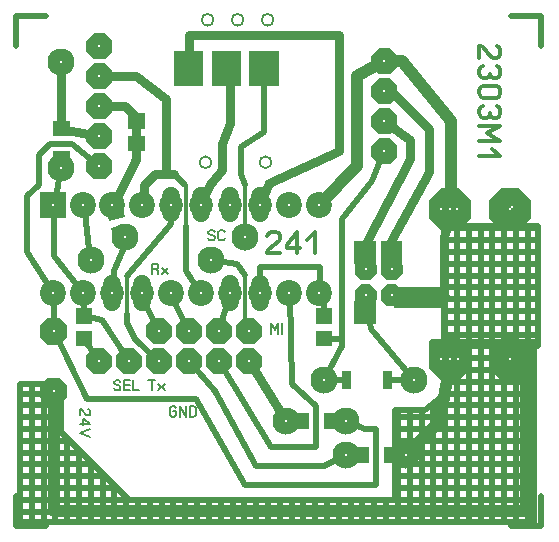
<source format=gbr>
%FSLAX32Y32*%
%MOMM*%
%LNKUPFERSEITE2*%
G71*
G01*
%ADD10C, 0.50*%
%ADD11C, 2.20*%
%ADD12C, 2.00*%
%ADD13C, 1.50*%
%ADD14C, 1.00*%
%ADD15C, 0.80*%
%ADD16C, 2.30*%
%ADD17C, 0.32*%
%ADD18C, 0.20*%
%ADD19C, 0.30*%
%ADD20C, 0.16*%
%ADD21C, 1.80*%
%ADD22C, 2.50*%
%LPD*%
G54D10*
X7714Y3332D02*
X7714Y3078D01*
X7460Y3078D01*
G54D10*
X7460Y7396D02*
X7714Y7396D01*
X7714Y7142D01*
G54D10*
X3523Y7396D02*
X3269Y7396D01*
X3269Y7142D01*
G54D10*
X3269Y3332D02*
X3269Y3078D01*
X3523Y3078D01*
G36*
X5348Y4522D02*
X5284Y4586D01*
X5192Y4586D01*
X5128Y4522D01*
X5128Y4430D01*
X5192Y4366D01*
X5284Y4366D01*
X5348Y4430D01*
X5348Y4522D01*
G37*
G36*
X5094Y4522D02*
X5030Y4586D01*
X4938Y4586D01*
X4874Y4522D01*
X4874Y4430D01*
X4938Y4366D01*
X5030Y4366D01*
X5094Y4430D01*
X5094Y4522D01*
G37*
G36*
X4840Y4522D02*
X4776Y4586D01*
X4684Y4586D01*
X4620Y4522D01*
X4620Y4430D01*
X4684Y4366D01*
X4776Y4366D01*
X4840Y4430D01*
X4840Y4522D01*
G37*
G36*
X5348Y4776D02*
X5284Y4840D01*
X5192Y4840D01*
X5128Y4776D01*
X5128Y4684D01*
X5192Y4620D01*
X5284Y4620D01*
X5348Y4684D01*
X5348Y4776D01*
G37*
G36*
X5094Y4776D02*
X5030Y4840D01*
X4938Y4840D01*
X4874Y4776D01*
X4874Y4684D01*
X4938Y4620D01*
X5030Y4620D01*
X5094Y4684D01*
X5094Y4776D01*
G37*
G36*
X4840Y4776D02*
X4776Y4840D01*
X4684Y4840D01*
X4620Y4776D01*
X4620Y4684D01*
X4684Y4620D01*
X4776Y4620D01*
X4840Y4684D01*
X4840Y4776D01*
G37*
X4581Y5050D02*
G54D11*
D03*
X4831Y5050D02*
G54D11*
D03*
X5081Y5050D02*
G54D12*
D03*
X5331Y5050D02*
G54D12*
D03*
X5581Y5050D02*
G54D11*
D03*
X5831Y5050D02*
G54D11*
D03*
X5831Y5800D02*
G54D11*
D03*
X5581Y5800D02*
G54D11*
D03*
X5331Y5800D02*
G54D12*
D03*
X5081Y5800D02*
G54D12*
D03*
G54D13*
X4831Y5725D02*
X4831Y5875D01*
G54D13*
X4581Y5725D02*
X4581Y5875D01*
X4331Y5800D02*
G54D11*
D03*
X4081Y5800D02*
G54D11*
D03*
X3831Y5800D02*
G54D11*
D03*
G36*
X3471Y5690D02*
X3691Y5690D01*
X3691Y5910D01*
X3471Y5910D01*
X3471Y5690D01*
G37*
X3581Y5050D02*
G54D11*
D03*
X3831Y5050D02*
G54D11*
D03*
X4081Y5050D02*
G54D12*
D03*
X4331Y5050D02*
G54D12*
D03*
G54D14*
X6952Y5746D02*
X6952Y6508D01*
X6539Y7016D01*
X6380Y7016D01*
G54D15*
X6444Y5238D02*
X6444Y5492D01*
X6762Y6079D01*
X6762Y6444D01*
X6444Y6762D01*
X6380Y6762D01*
G54D15*
X6222Y5269D02*
X6222Y5460D01*
X6603Y6190D01*
X6603Y6349D01*
X6380Y6508D01*
G36*
X4586Y4776D02*
X4522Y4840D01*
X4430Y4840D01*
X4366Y4776D01*
X4366Y4684D01*
X4430Y4620D01*
X4522Y4620D01*
X4586Y4684D01*
X4586Y4776D01*
G37*
G36*
X4586Y4522D02*
X4522Y4586D01*
X4430Y4586D01*
X4366Y4522D01*
X4366Y4430D01*
X4430Y4366D01*
X4522Y4366D01*
X4586Y4430D01*
X4586Y4522D01*
G37*
X3651Y7010D02*
G54D16*
D03*
X3651Y6110D02*
G54D16*
D03*
G36*
X3772Y4922D02*
X3772Y4792D01*
X3912Y4792D01*
X3912Y4922D01*
X3772Y4922D01*
G37*
G36*
X3772Y4732D02*
X3772Y4602D01*
X3912Y4602D01*
X3912Y4732D01*
X3772Y4732D01*
G37*
G54D10*
X4571Y5047D02*
X4730Y4730D01*
G54D10*
X5079Y5047D02*
X4984Y4730D01*
G54D10*
X4476Y4730D02*
X4317Y5047D01*
G54D10*
X4984Y4476D02*
X5428Y3745D01*
X5809Y3745D01*
X5809Y4094D01*
X5603Y4285D01*
X5587Y5047D01*
G54D15*
X3968Y6888D02*
X4285Y6888D01*
X4539Y6698D01*
X4539Y6063D01*
G54D10*
X4094Y5047D02*
X4094Y5238D01*
X4190Y5460D01*
G54D15*
X4094Y5809D02*
X4285Y6190D01*
X4285Y6539D01*
X4190Y6634D01*
X3968Y6634D01*
G54D10*
X4581Y5736D02*
X4581Y5640D01*
X4209Y5198D01*
G54D14*
X5841Y5809D02*
X6158Y6126D01*
X6158Y6888D01*
X6380Y7016D01*
G54D10*
X3586Y5746D02*
X3650Y6126D01*
G54D15*
X3968Y6380D02*
X3650Y6444D01*
X3650Y7016D01*
G36*
X4078Y4522D02*
X4014Y4586D01*
X3922Y4586D01*
X3858Y4522D01*
X3858Y4430D01*
X3922Y4366D01*
X4014Y4366D01*
X4078Y4430D01*
X4078Y4522D01*
G37*
G54D10*
X3840Y4856D02*
X3840Y4984D01*
G54D10*
X3968Y4476D02*
X3840Y4666D01*
G54D15*
X4825Y5809D02*
X4920Y5984D01*
X5015Y6095D01*
X5015Y6317D01*
X5079Y6492D01*
X5079Y6952D01*
G54D15*
X5333Y5809D02*
X5412Y5984D01*
X6000Y6254D01*
X6000Y7238D01*
G54D17*
X5503Y5390D02*
X5396Y5390D01*
X5396Y5402D01*
X5410Y5424D01*
X5490Y5490D01*
X5503Y5513D01*
X5503Y5535D01*
X5490Y5557D01*
X5463Y5568D01*
X5436Y5568D01*
X5410Y5557D01*
X5396Y5535D01*
G54D17*
X5645Y5390D02*
X5645Y5568D01*
X5565Y5457D01*
X5565Y5435D01*
X5672Y5435D01*
G54D17*
X5734Y5502D02*
X5801Y5568D01*
X5801Y5390D01*
G54D17*
X7190Y7039D02*
X7190Y7146D01*
X7201Y7146D01*
X7224Y7133D01*
X7290Y7053D01*
X7313Y7039D01*
X7335Y7039D01*
X7357Y7053D01*
X7368Y7079D01*
X7368Y7106D01*
X7357Y7133D01*
X7335Y7146D01*
G54D17*
X7335Y6977D02*
X7357Y6964D01*
X7368Y6937D01*
X7368Y6910D01*
X7357Y6884D01*
X7335Y6870D01*
X7313Y6870D01*
X7290Y6884D01*
X7279Y6910D01*
X7268Y6884D01*
X7246Y6870D01*
X7224Y6870D01*
X7201Y6884D01*
X7190Y6910D01*
X7190Y6937D01*
X7201Y6964D01*
X7224Y6977D01*
G54D17*
X7335Y6701D02*
X7224Y6701D01*
X7201Y6715D01*
X7190Y6741D01*
X7190Y6768D01*
X7201Y6795D01*
X7224Y6808D01*
X7335Y6808D01*
X7357Y6795D01*
X7368Y6768D01*
X7368Y6741D01*
X7357Y6715D01*
X7335Y6701D01*
G54D17*
X7335Y6639D02*
X7357Y6626D01*
X7368Y6599D01*
X7368Y6572D01*
X7357Y6546D01*
X7335Y6532D01*
X7313Y6532D01*
X7290Y6546D01*
X7279Y6572D01*
X7268Y6546D01*
X7246Y6532D01*
X7224Y6532D01*
X7201Y6546D01*
X7190Y6572D01*
X7190Y6599D01*
X7201Y6626D01*
X7224Y6639D01*
G54D17*
X7190Y6470D02*
X7368Y6470D01*
X7257Y6403D01*
X7368Y6337D01*
X7190Y6337D01*
G54D17*
X7301Y6275D02*
X7368Y6208D01*
X7190Y6208D01*
G54D10*
X3968Y6126D02*
X3745Y6317D01*
X3555Y6317D01*
X3460Y6222D01*
X3460Y5968D01*
X3364Y5872D01*
X3364Y5396D01*
X3586Y5047D01*
G36*
X5619Y3898D02*
X5749Y3898D01*
X5749Y4038D01*
X5619Y4038D01*
X5619Y3898D01*
G37*
G36*
X5873Y3898D02*
X6003Y3898D01*
X6003Y4038D01*
X5873Y4038D01*
X5873Y3898D01*
G37*
G54D10*
X5809Y3428D02*
X5206Y3428D01*
X4793Y4158D01*
X3872Y4158D01*
X3586Y4730D01*
X3586Y5047D01*
G54D10*
X5809Y3428D02*
X6317Y3428D01*
X6317Y3904D01*
X6222Y3904D01*
X6063Y3968D01*
G54D10*
X4730Y4476D02*
X4952Y4222D01*
X5301Y3586D01*
X5872Y3586D01*
X6063Y3682D01*
G54D14*
X6571Y3682D02*
X6857Y3968D01*
X6952Y4507D01*
G54D18*
G75*
G01X5379Y6209D02*
G03X5379Y6209I0J-50D01*
G01*
G54D18*
G75*
G01X4871Y6208D02*
G03X4871Y6208I0J-50D01*
G01*
G54D10*
X4833Y5047D02*
X4706Y5238D01*
X4706Y5618D01*
X4831Y5800D02*
G54D12*
D03*
X4577Y5800D02*
G54D12*
D03*
G54D19*
X4704Y5555D02*
X4704Y5968D01*
G54D10*
X4470Y4476D02*
X4270Y4666D01*
X4206Y4801D01*
X4206Y4872D01*
G54D19*
X4206Y4872D02*
X4206Y5206D01*
G54D13*
X4331Y4976D02*
X4331Y5126D01*
G54D13*
X4081Y4976D02*
X4081Y5126D01*
X3904Y5333D02*
G54D16*
D03*
X4920Y5333D02*
G54D16*
D03*
G54D10*
X3840Y5809D02*
X3904Y5269D01*
G54D13*
X5081Y4976D02*
X5081Y5126D01*
G54D13*
X5331Y4976D02*
X5331Y5126D01*
G54D10*
X4920Y5333D02*
X5142Y5301D01*
X5206Y5206D01*
G54D19*
X5206Y4666D02*
X5206Y5206D01*
G54D10*
X3840Y5047D02*
X3586Y5364D01*
X3586Y5809D01*
X4190Y5523D02*
G54D16*
D03*
X5206Y5523D02*
G54D16*
D03*
G54D13*
X5081Y5726D02*
X5081Y5876D01*
G54D13*
X5331Y5726D02*
X5331Y5876D01*
G54D10*
X5364Y6888D02*
X5364Y6412D01*
X5174Y6285D01*
X5174Y6063D01*
X5206Y5968D01*
G54D19*
X5206Y5428D02*
X5206Y5968D01*
G36*
X3722Y6126D02*
X3722Y6256D01*
X3582Y6256D01*
X3582Y6126D01*
X3722Y6126D01*
G37*
G36*
X3722Y6380D02*
X3722Y6510D01*
X3582Y6510D01*
X3582Y6380D01*
X3722Y6380D01*
G37*
G36*
X4332Y4522D02*
X4268Y4586D01*
X4176Y4586D01*
X4112Y4522D01*
X4112Y4430D01*
X4176Y4366D01*
X4268Y4366D01*
X4332Y4430D01*
X4332Y4522D01*
G37*
G54D10*
X4222Y4476D02*
X3999Y4825D01*
X3840Y4856D01*
G54D10*
X4698Y5968D02*
X4602Y6063D01*
G54D20*
X5422Y4705D02*
X5422Y4794D01*
X5456Y4738D01*
X5489Y4794D01*
X5489Y4705D01*
G54D20*
X5520Y4705D02*
X5520Y4794D01*
G54D15*
X5238Y4476D02*
X5555Y3968D01*
G54D20*
X4414Y4228D02*
X4414Y4317D01*
G54D20*
X4387Y4317D02*
X4441Y4317D01*
G54D20*
X4471Y4278D02*
X4525Y4228D01*
G54D20*
X4471Y4228D02*
X4525Y4278D01*
G54D20*
X4098Y4245D02*
X4104Y4234D01*
X4118Y4228D01*
X4131Y4228D01*
X4144Y4234D01*
X4151Y4245D01*
X4151Y4256D01*
X4144Y4267D01*
X4131Y4272D01*
X4118Y4272D01*
X4104Y4278D01*
X4098Y4289D01*
X4098Y4300D01*
X4104Y4311D01*
X4118Y4317D01*
X4131Y4317D01*
X4144Y4311D01*
X4151Y4300D01*
G54D20*
X4228Y4228D02*
X4182Y4228D01*
X4182Y4317D01*
X4228Y4317D01*
G54D20*
X4182Y4272D02*
X4228Y4272D01*
G54D20*
X4260Y4317D02*
X4260Y4228D01*
X4306Y4228D01*
G54D20*
X3808Y4015D02*
X3808Y4069D01*
X3814Y4069D01*
X3825Y4062D01*
X3858Y4022D01*
X3869Y4015D01*
X3880Y4015D01*
X3891Y4022D01*
X3897Y4035D01*
X3897Y4049D01*
X3891Y4062D01*
X3880Y4069D01*
G54D20*
X3808Y3945D02*
X3897Y3945D01*
X3841Y3985D01*
X3830Y3985D01*
X3830Y3931D01*
G54D20*
X3897Y3901D02*
X3808Y3867D01*
X3897Y3834D01*
G54D20*
X4595Y4050D02*
X4621Y4050D01*
X4621Y4022D01*
X4615Y4011D01*
X4601Y4006D01*
X4588Y4006D01*
X4575Y4011D01*
X4568Y4022D01*
X4568Y4078D01*
X4575Y4089D01*
X4588Y4095D01*
X4601Y4095D01*
X4615Y4089D01*
X4621Y4078D01*
G54D20*
X4652Y4006D02*
X4652Y4095D01*
X4705Y4006D01*
X4705Y4095D01*
G54D20*
X4736Y4006D02*
X4736Y4095D01*
X4769Y4095D01*
X4783Y4089D01*
X4789Y4078D01*
X4789Y4022D01*
X4783Y4011D01*
X4769Y4006D01*
X4736Y4006D01*
G54D15*
X4348Y5809D02*
X4348Y5968D01*
X4444Y6063D01*
X4602Y6063D01*
X5555Y3968D02*
G54D16*
D03*
X6063Y3968D02*
G54D16*
D03*
G36*
X4080Y7188D02*
X4016Y7252D01*
X3924Y7252D01*
X3860Y7188D01*
X3860Y7096D01*
X3924Y7032D01*
X4016Y7032D01*
X4080Y7096D01*
X4080Y7188D01*
G37*
G36*
X4080Y6934D02*
X4016Y6998D01*
X3924Y6998D01*
X3860Y6934D01*
X3860Y6842D01*
X3924Y6778D01*
X4016Y6778D01*
X4080Y6842D01*
X4080Y6934D01*
G37*
G36*
X4080Y6680D02*
X4016Y6744D01*
X3924Y6744D01*
X3860Y6680D01*
X3860Y6588D01*
X3924Y6524D01*
X4016Y6524D01*
X4080Y6588D01*
X4080Y6680D01*
G37*
G36*
X4080Y6426D02*
X4016Y6490D01*
X3924Y6490D01*
X3860Y6426D01*
X3860Y6334D01*
X3924Y6270D01*
X4016Y6270D01*
X4080Y6334D01*
X4080Y6426D01*
G37*
G36*
X4080Y6172D02*
X4016Y6236D01*
X3924Y6236D01*
X3860Y6172D01*
X3860Y6080D01*
X3924Y6016D01*
X4016Y6016D01*
X4080Y6080D01*
X4080Y6172D01*
G37*
G36*
X6493Y7061D02*
X6429Y7125D01*
X6337Y7125D01*
X6273Y7061D01*
X6273Y6969D01*
X6337Y6905D01*
X6429Y6905D01*
X6493Y6969D01*
X6493Y7061D01*
G37*
G36*
X6493Y6807D02*
X6429Y6871D01*
X6337Y6871D01*
X6273Y6807D01*
X6273Y6715D01*
X6337Y6651D01*
X6429Y6651D01*
X6493Y6715D01*
X6493Y6807D01*
G37*
G36*
X6493Y6553D02*
X6429Y6617D01*
X6337Y6617D01*
X6273Y6553D01*
X6273Y6461D01*
X6337Y6397D01*
X6429Y6397D01*
X6493Y6461D01*
X6493Y6553D01*
G37*
G36*
X6493Y6299D02*
X6429Y6363D01*
X6337Y6363D01*
X6273Y6299D01*
X6273Y6207D01*
X6337Y6143D01*
X6429Y6143D01*
X6493Y6207D01*
X6493Y6299D01*
G37*
G36*
X4854Y7102D02*
X4604Y7102D01*
X4604Y6802D01*
X4854Y6802D01*
X4854Y7102D01*
G37*
G36*
X5490Y7102D02*
X5240Y7102D01*
X5240Y6802D01*
X5490Y6802D01*
X5490Y7102D01*
G37*
G36*
X5172Y7102D02*
X4922Y7102D01*
X4922Y6802D01*
X5172Y6802D01*
X5172Y7102D01*
G37*
G54D18*
G75*
G01X4839Y7365D02*
G03X4839Y7365I50J0D01*
G01*
G54D18*
G75*
G01X5347Y7365D02*
G03X5347Y7365I50J0D01*
G01*
G54D18*
G75*
G01X5093Y7365D02*
G03X5093Y7365I50J0D01*
G01*
G36*
X6321Y5293D02*
X6266Y5348D01*
X6188Y5348D01*
X6133Y5293D01*
X6133Y5215D01*
X6188Y5160D01*
X6266Y5160D01*
X6321Y5215D01*
X6321Y5293D01*
G37*
G36*
X6543Y5293D02*
X6488Y5348D01*
X6410Y5348D01*
X6355Y5293D01*
X6355Y5215D01*
X6410Y5160D01*
X6488Y5160D01*
X6543Y5215D01*
X6543Y5293D01*
G37*
G36*
X6543Y5071D02*
X6488Y5126D01*
X6410Y5126D01*
X6355Y5071D01*
X6355Y4993D01*
X6410Y4938D01*
X6488Y4938D01*
X6543Y4993D01*
X6543Y5071D01*
G37*
G36*
X6321Y5071D02*
X6266Y5126D01*
X6188Y5126D01*
X6133Y5071D01*
X6133Y4993D01*
X6188Y4938D01*
X6266Y4938D01*
X6321Y4993D01*
X6321Y5071D01*
G37*
G36*
X7120Y5836D02*
X7015Y5941D01*
X6867Y5941D01*
X6762Y5836D01*
X6762Y5688D01*
X6867Y5583D01*
X7015Y5583D01*
X7120Y5688D01*
X7120Y5836D01*
G37*
G36*
X7120Y4566D02*
X7015Y4671D01*
X6867Y4671D01*
X6762Y4566D01*
X6762Y4418D01*
X6867Y4313D01*
X7015Y4313D01*
X7120Y4418D01*
X7120Y4566D01*
G37*
G54D15*
X6703Y5031D02*
X6894Y5031D01*
X6894Y5523D01*
X6957Y5762D01*
X6869Y4492D02*
G54D21*
D03*
X7012Y4492D02*
G54D21*
D03*
X7004Y5762D02*
G54D21*
D03*
X6869Y5762D02*
G54D21*
D03*
X7464Y5778D02*
G54D22*
D03*
G36*
X7628Y5836D02*
X7523Y5941D01*
X7375Y5941D01*
X7270Y5836D01*
X7270Y5688D01*
X7375Y5583D01*
X7523Y5583D01*
X7628Y5688D01*
X7628Y5836D01*
G37*
G36*
X7628Y4566D02*
X7523Y4671D01*
X7375Y4671D01*
X7270Y4566D01*
X7270Y4418D01*
X7375Y4313D01*
X7523Y4313D01*
X7628Y4418D01*
X7628Y4566D01*
G37*
G54D10*
X7600Y4604D02*
X7600Y5620D01*
X7500Y4604D02*
X7500Y5620D01*
X7400Y4604D02*
X7400Y5620D01*
X7300Y4604D02*
X7300Y5620D01*
X7200Y4604D02*
X7200Y5620D01*
X7100Y4604D02*
X7100Y5620D01*
X7000Y4604D02*
X7000Y5620D01*
X6900Y4604D02*
X6900Y5620D01*
X7683Y4700D02*
X6889Y4700D01*
X7683Y4800D02*
X6889Y4800D01*
X7683Y4900D02*
X6889Y4900D01*
X7683Y5000D02*
X6889Y5000D01*
X7683Y5100D02*
X6889Y5100D01*
X7683Y5200D02*
X6889Y5200D01*
X7683Y5300D02*
X6889Y5300D01*
X7683Y5400D02*
X6889Y5400D01*
X7683Y5500D02*
X6889Y5500D01*
X7683Y5600D02*
X6889Y5600D01*
G54D10*
X7683Y4604D02*
X6889Y4604D01*
X6889Y5620D01*
X7683Y5620D01*
X7683Y4604D01*
G54D14*
X6888Y5015D02*
X6444Y5015D01*
G54D14*
X7587Y3650D02*
X7587Y4602D01*
G36*
X6127Y3612D02*
X6257Y3612D01*
X6257Y3752D01*
X6127Y3752D01*
X6127Y3612D01*
G37*
G36*
X6381Y3612D02*
X6511Y3612D01*
X6511Y3752D01*
X6381Y3752D01*
X6381Y3612D01*
G37*
X6063Y3682D02*
G54D16*
D03*
X6571Y3682D02*
G54D16*
D03*
G36*
X6454Y4395D02*
X6374Y4395D01*
X6374Y4239D01*
X6454Y4239D01*
X6454Y4395D01*
G37*
G36*
X6105Y4395D02*
X6025Y4395D01*
X6025Y4239D01*
X6105Y4239D01*
X6105Y4395D01*
G37*
G36*
X3702Y4778D02*
X3634Y4844D01*
X3538Y4844D01*
X3472Y4778D01*
X3472Y4682D01*
X3538Y4614D01*
X3634Y4614D01*
X3702Y4682D01*
X3702Y4778D01*
G37*
G36*
X3702Y4270D02*
X3634Y4336D01*
X3538Y4336D01*
X3472Y4270D01*
X3472Y4174D01*
X3538Y4106D01*
X3634Y4106D01*
X3702Y4174D01*
X3702Y4270D01*
G37*
G54D14*
X3586Y4222D02*
X3586Y3460D01*
X5872Y4313D02*
G54D16*
D03*
X6634Y4313D02*
G54D16*
D03*
G54D14*
X7587Y3650D02*
X7587Y3206D01*
X3586Y3206D01*
X3586Y3460D01*
G54D10*
X6634Y4317D02*
X6412Y4317D01*
G54D10*
X5872Y4317D02*
X6063Y4317D01*
G54D10*
X6380Y6254D02*
X6285Y6000D01*
X6031Y5682D01*
X6031Y4602D01*
X5872Y4317D01*
G54D10*
X6634Y4317D02*
X6269Y4745D01*
X6222Y5047D01*
G36*
X6534Y5496D02*
X6354Y5496D01*
X6354Y5296D01*
X6534Y5296D01*
X6534Y5496D01*
G37*
G36*
X6312Y5496D02*
X6132Y5496D01*
X6132Y5296D01*
X6312Y5296D01*
X6312Y5496D01*
G37*
G36*
X6312Y4988D02*
X6132Y4988D01*
X6132Y4788D01*
X6312Y4788D01*
X6312Y4988D01*
G37*
G36*
X6866Y5105D02*
X6466Y5105D01*
X6466Y4925D01*
X6866Y4925D01*
X6866Y5105D01*
G37*
G54D10*
X7600Y3110D02*
X7600Y4634D01*
X7500Y3110D02*
X7500Y4634D01*
X7400Y3110D02*
X7400Y4634D01*
X7300Y3110D02*
X7300Y4634D01*
X7200Y3110D02*
X7200Y4634D01*
X7100Y3110D02*
X7100Y4634D01*
X7000Y3110D02*
X7000Y4634D01*
X6900Y3110D02*
X6900Y4634D01*
X6800Y3110D02*
X6800Y4119D01*
X6800Y4437D02*
X6800Y4634D01*
X6700Y3110D02*
X6700Y4062D01*
X6600Y3110D02*
X6600Y4062D01*
X6500Y3110D02*
X6500Y4062D01*
X6400Y3110D02*
X6400Y3301D01*
X6300Y3110D02*
X6300Y3301D01*
X6200Y3110D02*
X6200Y3301D01*
X6100Y3110D02*
X6100Y3301D01*
X6000Y3110D02*
X6000Y3301D01*
X5900Y3110D02*
X5900Y3301D01*
X5800Y3110D02*
X5800Y3301D01*
X5700Y3110D02*
X5700Y3301D01*
X5600Y3110D02*
X5600Y3301D01*
X5500Y3110D02*
X5500Y3301D01*
X5400Y3110D02*
X5400Y3301D01*
X5300Y3110D02*
X5300Y3301D01*
X5200Y3110D02*
X5200Y3301D01*
X5100Y3110D02*
X5100Y3301D01*
X5000Y3110D02*
X5000Y3301D01*
X4900Y3110D02*
X4900Y3301D01*
X4800Y3110D02*
X4800Y3301D01*
X4700Y3110D02*
X4700Y3301D01*
X4600Y3110D02*
X4600Y3301D01*
X4500Y3110D02*
X4500Y3301D01*
X4400Y3110D02*
X4400Y3301D01*
X4300Y3110D02*
X4300Y3301D01*
X4200Y3110D02*
X4200Y3323D01*
X4100Y3110D02*
X4100Y3423D01*
X4000Y3110D02*
X4000Y3523D01*
X3900Y3110D02*
X3900Y3623D01*
X3800Y3110D02*
X3800Y3723D01*
X3700Y3110D02*
X3700Y3823D01*
X3600Y3110D02*
X3600Y4285D01*
X3500Y3110D02*
X3500Y4285D01*
X3400Y3110D02*
X3400Y4285D01*
X7650Y3200D02*
X3301Y3200D01*
X7650Y3300D02*
X3301Y3300D01*
X7650Y3400D02*
X6475Y3400D01*
X4123Y3400D02*
X3301Y3400D01*
X7650Y3500D02*
X6475Y3500D01*
X4023Y3500D02*
X3301Y3500D01*
X7650Y3600D02*
X6475Y3600D01*
X3923Y3600D02*
X3301Y3600D01*
X7650Y3700D02*
X6475Y3700D01*
X3823Y3700D02*
X3301Y3700D01*
X7650Y3800D02*
X6475Y3800D01*
X3723Y3800D02*
X3301Y3800D01*
X7651Y3900D02*
X6475Y3900D01*
X3650Y3900D02*
X3301Y3900D01*
X7651Y4000D02*
X6475Y4000D01*
X3650Y4000D02*
X3301Y4000D01*
X7651Y4100D02*
X6777Y4100D01*
X3650Y4100D02*
X3301Y4100D01*
X7651Y4200D02*
X6888Y4200D01*
X3650Y4200D02*
X3301Y4200D01*
X7651Y4300D02*
X6889Y4300D01*
X7651Y4400D02*
X6837Y4400D01*
X7651Y4500D02*
X6793Y4500D01*
X7651Y4600D02*
X6793Y4600D01*
G54D10*
X7651Y4634D02*
X6793Y4634D01*
X6793Y4444D01*
X6889Y4349D01*
X6888Y4190D01*
X6730Y4062D01*
X6475Y4062D01*
X6475Y3301D01*
X4222Y3301D01*
X3650Y3873D01*
X3650Y4285D01*
X3301Y4285D01*
X3301Y3110D01*
X7650Y3110D01*
X7651Y4634D01*
G54D20*
X4446Y5257D02*
X4466Y5246D01*
X4472Y5234D01*
X4472Y5212D01*
G54D20*
X4419Y5212D02*
X4419Y5301D01*
X4452Y5301D01*
X4466Y5296D01*
X4472Y5284D01*
X4472Y5273D01*
X4466Y5262D01*
X4452Y5257D01*
X4419Y5257D01*
G54D20*
X4503Y5262D02*
X4556Y5212D01*
G54D20*
X4503Y5212D02*
X4556Y5262D01*
G54D20*
X4895Y5515D02*
X4902Y5504D01*
X4915Y5498D01*
X4929Y5498D01*
X4942Y5504D01*
X4949Y5515D01*
X4949Y5526D01*
X4942Y5537D01*
X4929Y5542D01*
X4915Y5542D01*
X4902Y5548D01*
X4895Y5559D01*
X4895Y5570D01*
X4902Y5581D01*
X4915Y5587D01*
X4929Y5587D01*
X4942Y5581D01*
X4949Y5570D01*
G54D20*
X5033Y5515D02*
X5026Y5504D01*
X5013Y5498D01*
X4999Y5498D01*
X4986Y5504D01*
X4979Y5515D01*
X4979Y5570D01*
X4986Y5581D01*
X4999Y5587D01*
X5013Y5587D01*
X5026Y5581D01*
X5033Y5570D01*
G36*
X4216Y6573D02*
X4216Y6443D01*
X4356Y6443D01*
X4356Y6573D01*
X4216Y6573D01*
G37*
G36*
X4216Y6383D02*
X4216Y6253D01*
X4356Y6253D01*
X4356Y6383D01*
X4216Y6383D01*
G37*
G36*
X4019Y5787D02*
X4052Y5662D01*
X4187Y5698D01*
X4154Y5824D01*
X4019Y5787D01*
G37*
G36*
X4068Y5604D02*
X4101Y5478D01*
X4237Y5514D01*
X4203Y5640D01*
X4068Y5604D01*
G37*
G54D15*
X6000Y7238D02*
X4730Y7238D01*
X4730Y6984D01*
G54D10*
X5333Y5047D02*
X5333Y5269D01*
X5841Y5269D01*
X5841Y5047D01*
G36*
X5804Y4922D02*
X5804Y4792D01*
X5944Y4792D01*
X5944Y4922D01*
X5804Y4922D01*
G37*
G36*
X5804Y4732D02*
X5804Y4602D01*
X5944Y4602D01*
X5944Y4732D01*
X5804Y4732D01*
G37*
G54D10*
X5872Y4888D02*
X5872Y5047D01*
G54D10*
X5872Y4666D02*
X6031Y4666D01*
%LNAUGENFREISTANZEN*%
%LPC*%
X5238Y4476D02*
G54D19*
D03*
X4984Y4476D02*
G54D19*
D03*
X4730Y4476D02*
G54D19*
D03*
X5238Y4730D02*
G54D19*
D03*
X4984Y4730D02*
G54D19*
D03*
X4730Y4730D02*
G54D19*
D03*
X4581Y5050D02*
G54D19*
D03*
X4831Y5050D02*
G54D19*
D03*
X5081Y5050D02*
G54D19*
D03*
X5331Y5050D02*
G54D19*
D03*
X5581Y5050D02*
G54D19*
D03*
X5831Y5050D02*
G54D19*
D03*
X5831Y5800D02*
G54D19*
D03*
X5581Y5800D02*
G54D19*
D03*
X5331Y5800D02*
G54D19*
D03*
X5081Y5800D02*
G54D19*
D03*
X4831Y5800D02*
G54D19*
D03*
X4581Y5800D02*
G54D19*
D03*
X4331Y5800D02*
G54D19*
D03*
X4081Y5800D02*
G54D19*
D03*
X3831Y5800D02*
G54D19*
D03*
X3581Y5800D02*
G54D19*
D03*
X3581Y5050D02*
G54D19*
D03*
X3831Y5050D02*
G54D19*
D03*
X4081Y5050D02*
G54D19*
D03*
X4331Y5050D02*
G54D19*
D03*
X4476Y4730D02*
G54D19*
D03*
X4476Y4476D02*
G54D19*
D03*
X3651Y7010D02*
G54D19*
D03*
X3651Y6110D02*
G54D19*
D03*
X3968Y4476D02*
G54D19*
D03*
X4831Y5800D02*
G54D19*
D03*
X4577Y5800D02*
G54D19*
D03*
X4331Y5050D02*
G54D19*
D03*
X4081Y5050D02*
G54D19*
D03*
X3904Y5333D02*
G54D19*
D03*
X4920Y5333D02*
G54D19*
D03*
X5081Y5050D02*
G54D19*
D03*
X5331Y5050D02*
G54D19*
D03*
X4190Y5523D02*
G54D19*
D03*
X5206Y5523D02*
G54D19*
D03*
X5081Y5800D02*
G54D19*
D03*
X5331Y5800D02*
G54D19*
D03*
X4222Y4476D02*
G54D19*
D03*
X5555Y3968D02*
G54D19*
D03*
X6063Y3968D02*
G54D19*
D03*
X3970Y7142D02*
G54D19*
D03*
X3970Y6888D02*
G54D19*
D03*
X3970Y6634D02*
G54D19*
D03*
X3970Y6380D02*
G54D19*
D03*
X3970Y6126D02*
G54D19*
D03*
X6383Y7015D02*
G54D19*
D03*
X6383Y6761D02*
G54D19*
D03*
X6383Y6507D02*
G54D19*
D03*
X6383Y6253D02*
G54D19*
D03*
X6227Y5254D02*
G54D19*
D03*
X6449Y5254D02*
G54D19*
D03*
X6449Y5032D02*
G54D19*
D03*
X6227Y5032D02*
G54D19*
D03*
X6941Y5762D02*
G54D19*
D03*
X6941Y4492D02*
G54D19*
D03*
X6869Y4492D02*
G54D19*
D03*
X7012Y4492D02*
G54D19*
D03*
X7004Y5762D02*
G54D19*
D03*
X6869Y5762D02*
G54D19*
D03*
X7464Y5778D02*
G54D19*
D03*
X7449Y5762D02*
G54D19*
D03*
X7449Y4492D02*
G54D19*
D03*
X6063Y3682D02*
G54D19*
D03*
X6571Y3682D02*
G54D19*
D03*
X3586Y4730D02*
G54D19*
D03*
X3586Y4222D02*
G54D19*
D03*
X5872Y4313D02*
G54D19*
D03*
X6634Y4313D02*
G54D19*
D03*
M02*

</source>
